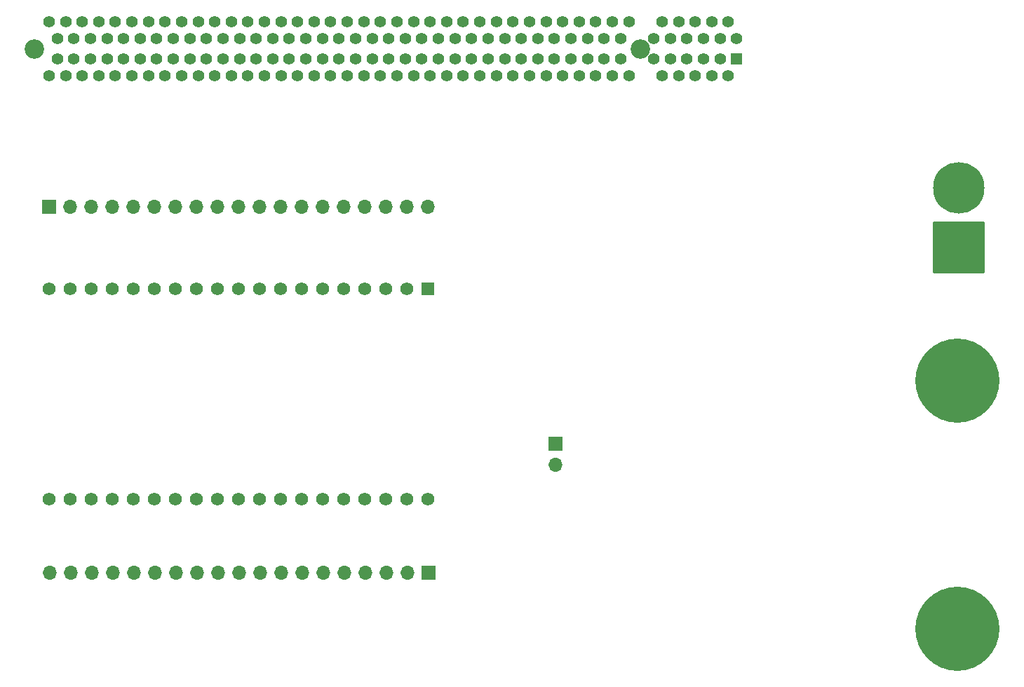
<source format=gbr>
%TF.GenerationSoftware,KiCad,Pcbnew,7.0.7*%
%TF.CreationDate,2024-02-19T11:00:26-08:00*%
%TF.ProjectId,Core-Board,436f7265-2d42-46f6-9172-642e6b696361,rev?*%
%TF.SameCoordinates,Original*%
%TF.FileFunction,Soldermask,Bot*%
%TF.FilePolarity,Negative*%
%FSLAX46Y46*%
G04 Gerber Fmt 4.6, Leading zero omitted, Abs format (unit mm)*
G04 Created by KiCad (PCBNEW 7.0.7) date 2024-02-19 11:00:26*
%MOMM*%
%LPD*%
G01*
G04 APERTURE LIST*
G04 Aperture macros list*
%AMRoundRect*
0 Rectangle with rounded corners*
0 $1 Rounding radius*
0 $2 $3 $4 $5 $6 $7 $8 $9 X,Y pos of 4 corners*
0 Add a 4 corners polygon primitive as box body*
4,1,4,$2,$3,$4,$5,$6,$7,$8,$9,$2,$3,0*
0 Add four circle primitives for the rounded corners*
1,1,$1+$1,$2,$3*
1,1,$1+$1,$4,$5*
1,1,$1+$1,$6,$7*
1,1,$1+$1,$8,$9*
0 Add four rect primitives between the rounded corners*
20,1,$1+$1,$2,$3,$4,$5,0*
20,1,$1+$1,$4,$5,$6,$7,0*
20,1,$1+$1,$6,$7,$8,$9,0*
20,1,$1+$1,$8,$9,$2,$3,0*%
G04 Aperture macros list end*
%ADD10C,2.350000*%
%ADD11RoundRect,0.102000X-0.604000X-0.604000X0.604000X-0.604000X0.604000X0.604000X-0.604000X0.604000X0*%
%ADD12C,1.412000*%
%ADD13R,1.700000X1.700000*%
%ADD14O,1.700000X1.700000*%
%ADD15R,1.560000X1.560000*%
%ADD16C,1.560000*%
%ADD17C,6.204000*%
%ADD18RoundRect,0.102000X3.000000X-3.000000X3.000000X3.000000X-3.000000X3.000000X-3.000000X-3.000000X0*%
%ADD19C,10.160000*%
G04 APERTURE END LIST*
D10*
%TO.C,J2*%
X122447000Y-79323000D03*
X195597000Y-79323000D03*
D11*
X207247000Y-80573000D03*
D12*
X206247000Y-82573000D03*
X205247000Y-80573000D03*
X204247000Y-82573000D03*
X203247000Y-80573000D03*
X202247000Y-82573000D03*
X201247000Y-80573000D03*
X200247000Y-82573000D03*
X199247000Y-80573000D03*
X198247000Y-82573000D03*
X197247000Y-80573000D03*
X194247000Y-82573000D03*
X193247000Y-80573000D03*
X192247000Y-82573000D03*
X191247000Y-80573000D03*
X190247000Y-82573000D03*
X189247000Y-80573000D03*
X188247000Y-82573000D03*
X187247000Y-80573000D03*
X186247000Y-82573000D03*
X185247000Y-80573000D03*
X184247000Y-82573000D03*
X183247000Y-80573000D03*
X182247000Y-82573000D03*
X181247000Y-80573000D03*
X180247000Y-82573000D03*
X179247000Y-80573000D03*
X178247000Y-82573000D03*
X177247000Y-80573000D03*
X176247000Y-82573000D03*
X175247000Y-80573000D03*
X174247000Y-82573000D03*
X173247000Y-80573000D03*
X172247000Y-82573000D03*
X171247000Y-80573000D03*
X170247000Y-82573000D03*
X169247000Y-80573000D03*
X168247000Y-82573000D03*
X167247000Y-80573000D03*
X166247000Y-82573000D03*
X165247000Y-80573000D03*
X164247000Y-82573000D03*
X163247000Y-80573000D03*
X162247000Y-82573000D03*
X161247000Y-80573000D03*
X160247000Y-82573000D03*
X159247000Y-80573000D03*
X158247000Y-82573000D03*
X157247000Y-80573000D03*
X156247000Y-82573000D03*
X155247000Y-80573000D03*
X154247000Y-82573000D03*
X153247000Y-80573000D03*
X152247000Y-82573000D03*
X151247000Y-80573000D03*
X150247000Y-82573000D03*
X149247000Y-80573000D03*
X148247000Y-82573000D03*
X147247000Y-80573000D03*
X146247000Y-82573000D03*
X145247000Y-80573000D03*
X144247000Y-82573000D03*
X143247000Y-80573000D03*
X142247000Y-82573000D03*
X141247000Y-80573000D03*
X140247000Y-82573000D03*
X139247000Y-80573000D03*
X138247000Y-82573000D03*
X137247000Y-80573000D03*
X136247000Y-82573000D03*
X135247000Y-80573000D03*
X134247000Y-82573000D03*
X133247000Y-80573000D03*
X132247000Y-82573000D03*
X131247000Y-80573000D03*
X130247000Y-82573000D03*
X129247000Y-80573000D03*
X128247000Y-82573000D03*
X127247000Y-80573000D03*
X126247000Y-82573000D03*
X125247000Y-80573000D03*
X124247000Y-82573000D03*
X207247000Y-78073000D03*
X206247000Y-76073000D03*
X205247000Y-78073000D03*
X204247000Y-76073000D03*
X203247000Y-78073000D03*
X202247000Y-76073000D03*
X201247000Y-78073000D03*
X200247000Y-76073000D03*
X199247000Y-78073000D03*
X198247000Y-76073000D03*
X197247000Y-78073000D03*
X194247000Y-76073000D03*
X193247000Y-78073000D03*
X192247000Y-76073000D03*
X191247000Y-78073000D03*
X190247000Y-76073000D03*
X189247000Y-78073000D03*
X188247000Y-76073000D03*
X187247000Y-78073000D03*
X186247000Y-76073000D03*
X185247000Y-78073000D03*
X184247000Y-76073000D03*
X183247000Y-78073000D03*
X182247000Y-76073000D03*
X181247000Y-78073000D03*
X180247000Y-76073000D03*
X179247000Y-78073000D03*
X178247000Y-76073000D03*
X177247000Y-78073000D03*
X176247000Y-76073000D03*
X175247000Y-78073000D03*
X174247000Y-76073000D03*
X173247000Y-78073000D03*
X172247000Y-76073000D03*
X171247000Y-78073000D03*
X170247000Y-76073000D03*
X169247000Y-78073000D03*
X168247000Y-76073000D03*
X167247000Y-78073000D03*
X166247000Y-76073000D03*
X165247000Y-78073000D03*
X164247000Y-76073000D03*
X163247000Y-78073000D03*
X162247000Y-76073000D03*
X161247000Y-78073000D03*
X160247000Y-76073000D03*
X159247000Y-78073000D03*
X158247000Y-76073000D03*
X157247000Y-78073000D03*
X156247000Y-76073000D03*
X155247000Y-78073000D03*
X154247000Y-76073000D03*
X153247000Y-78073000D03*
X152247000Y-76073000D03*
X151247000Y-78073000D03*
X150247000Y-76073000D03*
X149247000Y-78073000D03*
X148247000Y-76073000D03*
X147247000Y-78073000D03*
X146247000Y-76073000D03*
X145247000Y-78073000D03*
X144247000Y-76073000D03*
X143247000Y-78073000D03*
X142247000Y-76073000D03*
X141247000Y-78073000D03*
X140247000Y-76073000D03*
X139247000Y-78073000D03*
X138247000Y-76073000D03*
X137247000Y-78073000D03*
X136247000Y-76073000D03*
X135247000Y-78073000D03*
X134247000Y-76073000D03*
X133247000Y-78073000D03*
X132247000Y-76073000D03*
X131247000Y-78073000D03*
X130247000Y-76073000D03*
X129247000Y-78073000D03*
X128247000Y-76073000D03*
X127247000Y-78073000D03*
X126247000Y-76073000D03*
X125247000Y-78073000D03*
X124247000Y-76073000D03*
%TD*%
D13*
%TO.C,J4*%
X124266800Y-98399600D03*
D14*
X126806800Y-98399600D03*
X129346800Y-98399600D03*
X131886800Y-98399600D03*
X134426800Y-98399600D03*
X136966800Y-98399600D03*
X139506800Y-98399600D03*
X142046800Y-98399600D03*
X144586800Y-98399600D03*
X147126800Y-98399600D03*
X149666800Y-98399600D03*
X152206800Y-98399600D03*
X154746800Y-98399600D03*
X157286800Y-98399600D03*
X159826800Y-98399600D03*
X162366800Y-98399600D03*
X164906800Y-98399600D03*
X167446800Y-98399600D03*
X169986800Y-98399600D03*
%TD*%
D15*
%TO.C,J3*%
X170001000Y-108341001D03*
D16*
X167461000Y-108341001D03*
X164921000Y-108341001D03*
X162381000Y-108341001D03*
X159841000Y-108341001D03*
X157301000Y-108341001D03*
X154761000Y-108341001D03*
X152221000Y-108341001D03*
X149681000Y-108341001D03*
X147141000Y-108341001D03*
X144601000Y-108341001D03*
X142061000Y-108341001D03*
X139521000Y-108341001D03*
X136981000Y-108341001D03*
X134441000Y-108341001D03*
X131901000Y-108341001D03*
X129361000Y-108341001D03*
X126821000Y-108341001D03*
X124281000Y-108341001D03*
X170001000Y-133741001D03*
X167461000Y-133741001D03*
X164921000Y-133741001D03*
X162381000Y-133741001D03*
X159841000Y-133741001D03*
X157301000Y-133741001D03*
X154761000Y-133741001D03*
X152221000Y-133741001D03*
X149681000Y-133741001D03*
X147141000Y-133741001D03*
X144601000Y-133741001D03*
X142061000Y-133741001D03*
X139521000Y-133741001D03*
X136981000Y-133741001D03*
X134441000Y-133741001D03*
X131901000Y-133741001D03*
X129361000Y-133741001D03*
X126821000Y-133741001D03*
X124281000Y-133741001D03*
%TD*%
D13*
%TO.C,J5*%
X170043000Y-142621000D03*
D14*
X167503000Y-142621000D03*
X164963000Y-142621000D03*
X162423000Y-142621000D03*
X159883000Y-142621000D03*
X157343000Y-142621000D03*
X154803000Y-142621000D03*
X152263000Y-142621000D03*
X149723000Y-142621000D03*
X147183000Y-142621000D03*
X144643000Y-142621000D03*
X142103000Y-142621000D03*
X139563000Y-142621000D03*
X137023000Y-142621000D03*
X134483000Y-142621000D03*
X131943000Y-142621000D03*
X129403000Y-142621000D03*
X126863000Y-142621000D03*
X124323000Y-142621000D03*
%TD*%
D17*
%TO.C,J3*%
X234035600Y-96127200D03*
D18*
X234035600Y-103327200D03*
%TD*%
D19*
%TO.C,J1*%
X233934000Y-149350000D03*
X233934000Y-119380000D03*
%TD*%
D13*
%TO.C,J1*%
X185420000Y-127000000D03*
D14*
X185420000Y-129540000D03*
%TD*%
M02*

</source>
